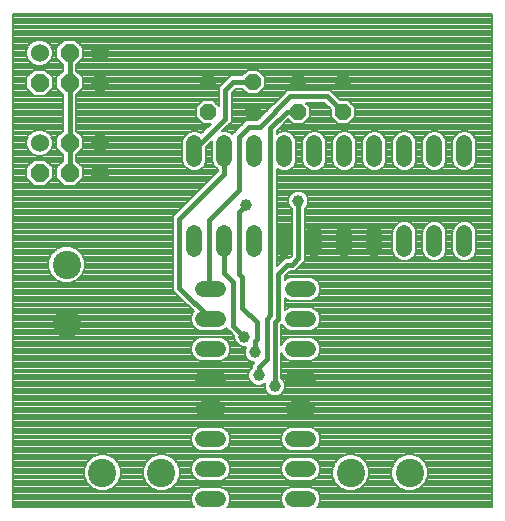
<source format=gbl>
G75*
G70*
%OFA0B0*%
%FSLAX24Y24*%
%IPPOS*%
%LPD*%
%AMOC8*
5,1,8,0,0,1.08239X$1,22.5*
%
%ADD10C,0.0945*%
%ADD11C,0.0520*%
%ADD12C,0.0600*%
%ADD13OC8,0.0600*%
%ADD14OC8,0.0520*%
%ADD15C,0.0396*%
%ADD16C,0.0160*%
%ADD17C,0.0080*%
D10*
X003912Y001957D03*
X005881Y001957D03*
X002727Y006918D03*
X002727Y008887D03*
X012195Y001958D03*
X014163Y001958D03*
D11*
X010782Y002079D02*
X010262Y002079D01*
X010262Y001079D02*
X010782Y001079D01*
X010782Y003079D02*
X010262Y003079D01*
X010262Y004079D02*
X010782Y004079D01*
X010782Y005079D02*
X010262Y005079D01*
X010262Y006079D02*
X010782Y006079D01*
X010782Y007079D02*
X010262Y007079D01*
X010262Y008079D02*
X010782Y008079D01*
X010983Y009412D02*
X010983Y009932D01*
X009983Y009932D02*
X009983Y009412D01*
X008983Y009412D02*
X008983Y009932D01*
X007983Y009932D02*
X007983Y009412D01*
X006983Y009412D02*
X006983Y009932D01*
X007262Y008079D02*
X007782Y008079D01*
X007782Y007079D02*
X007262Y007079D01*
X007262Y006079D02*
X007782Y006079D01*
X007782Y005079D02*
X007262Y005079D01*
X007262Y004079D02*
X007782Y004079D01*
X007782Y003079D02*
X007262Y003079D01*
X007262Y002079D02*
X007782Y002079D01*
X007782Y001079D02*
X007262Y001079D01*
X011983Y009412D02*
X011983Y009932D01*
X012983Y009932D02*
X012983Y009412D01*
X013983Y009412D02*
X013983Y009932D01*
X014983Y009932D02*
X014983Y009412D01*
X015983Y009412D02*
X015983Y009932D01*
X015983Y012412D02*
X015983Y012932D01*
X014983Y012932D02*
X014983Y012412D01*
X013983Y012412D02*
X013983Y012932D01*
X012983Y012932D02*
X012983Y012412D01*
X011983Y012412D02*
X011983Y012932D01*
X010983Y012932D02*
X010983Y012412D01*
X009983Y012412D02*
X009983Y012932D01*
X008983Y012932D02*
X008983Y012412D01*
X007983Y012412D02*
X007983Y012932D01*
X006983Y012932D02*
X006983Y012412D01*
D12*
X001823Y012952D03*
X001823Y015952D03*
D13*
X001823Y014952D03*
X002823Y014952D03*
X002823Y015952D03*
X003823Y015952D03*
X003823Y014952D03*
X003823Y012952D03*
X002823Y012952D03*
X002823Y011952D03*
X003823Y011952D03*
X001823Y011952D03*
D14*
X007423Y013982D03*
X007423Y014982D03*
X008923Y014982D03*
X008923Y013982D03*
X010423Y013982D03*
X010423Y014982D03*
X011923Y014982D03*
X011923Y013982D03*
D15*
X010443Y011022D03*
X008703Y010872D03*
X008643Y006492D03*
X009003Y005982D03*
X009123Y005202D03*
X009663Y004842D03*
D16*
X009663Y006972D01*
X009783Y007092D01*
X009783Y008592D01*
X010083Y008892D01*
X010233Y008892D01*
X010443Y009102D01*
X010443Y011022D01*
X008703Y010872D02*
X008463Y010632D01*
X008463Y008592D01*
X008583Y008472D01*
X008583Y007452D01*
X009063Y006972D01*
X009063Y006402D01*
X009003Y006342D01*
X009003Y005982D01*
X009393Y005742D02*
X009393Y007092D01*
X009513Y007212D01*
X009513Y013452D01*
X010053Y013992D01*
X010413Y013992D01*
X010423Y013982D01*
X010173Y014502D02*
X011403Y014502D01*
X011923Y013982D01*
X010173Y014502D02*
X009153Y013482D01*
X008793Y013482D01*
X008463Y013152D01*
X008463Y011382D01*
X007473Y010392D01*
X007473Y008128D01*
X007522Y008079D01*
X007983Y008622D02*
X007983Y009672D01*
X007983Y008622D02*
X008283Y008322D01*
X008283Y006852D01*
X008643Y006492D01*
X009393Y005742D02*
X009123Y005472D01*
X009123Y005202D01*
X007522Y007079D02*
X006483Y008118D01*
X006483Y010422D01*
X007983Y011922D01*
X007983Y012672D01*
X006983Y012672D02*
X006983Y012722D01*
X008013Y013752D01*
X008013Y014712D01*
X008283Y014982D01*
X008923Y014982D01*
X002823Y014952D02*
X002823Y012952D01*
X002823Y011952D01*
X002823Y014952D02*
X002823Y015952D01*
D17*
X000943Y000802D02*
X006974Y000802D01*
X006923Y000853D01*
X006862Y001000D01*
X006862Y001159D01*
X006923Y001306D01*
X007036Y001418D01*
X007183Y001479D01*
X007862Y001479D01*
X008009Y001418D01*
X008121Y001306D01*
X008182Y001159D01*
X008182Y001000D01*
X008121Y000853D01*
X008071Y000802D01*
X009974Y000802D01*
X009923Y000853D01*
X009862Y001000D01*
X009862Y001159D01*
X009923Y001306D01*
X010036Y001418D01*
X010183Y001479D01*
X010862Y001479D01*
X011009Y001418D01*
X011121Y001306D01*
X011182Y001159D01*
X011182Y001000D01*
X011121Y000853D01*
X011071Y000802D01*
X016903Y000802D01*
X016903Y017262D01*
X000943Y017262D01*
X000943Y000802D01*
X000943Y000832D02*
X006944Y000832D01*
X006899Y000911D02*
X000943Y000911D01*
X000943Y000989D02*
X006867Y000989D01*
X006862Y001068D02*
X000943Y001068D01*
X000943Y001146D02*
X006862Y001146D01*
X006890Y001225D02*
X000943Y001225D01*
X000943Y001303D02*
X006922Y001303D01*
X006999Y001382D02*
X006094Y001382D01*
X006003Y001344D02*
X006228Y001437D01*
X006400Y001610D01*
X006493Y001835D01*
X006493Y002078D01*
X006400Y002304D01*
X006228Y002476D01*
X006003Y002569D01*
X005759Y002569D01*
X005534Y002476D01*
X005362Y002304D01*
X005269Y002078D01*
X005269Y001835D01*
X005362Y001610D01*
X005534Y001437D01*
X005759Y001344D01*
X006003Y001344D01*
X006251Y001460D02*
X007137Y001460D01*
X007183Y001679D02*
X007036Y001740D01*
X006923Y001853D01*
X006493Y001853D01*
X006493Y001932D02*
X006891Y001932D01*
X006862Y002000D02*
X006923Y001853D01*
X007001Y001775D02*
X006468Y001775D01*
X006436Y001696D02*
X007142Y001696D01*
X007183Y001679D02*
X007862Y001679D01*
X008009Y001740D01*
X008121Y001853D01*
X008182Y002000D01*
X008182Y002159D01*
X008121Y002306D01*
X008009Y002418D01*
X007862Y002479D01*
X007183Y002479D01*
X007036Y002418D01*
X006923Y002306D01*
X006862Y002159D01*
X006862Y002000D01*
X006862Y002010D02*
X006493Y002010D01*
X006489Y002089D02*
X006862Y002089D01*
X006866Y002167D02*
X006457Y002167D01*
X006424Y002246D02*
X006898Y002246D01*
X006942Y002324D02*
X006379Y002324D01*
X006301Y002403D02*
X007020Y002403D01*
X007183Y002679D02*
X007036Y002740D01*
X006923Y002853D01*
X006862Y003000D01*
X006862Y003159D01*
X006923Y003306D01*
X007036Y003418D01*
X007183Y003479D01*
X007862Y003479D01*
X008009Y003418D01*
X008121Y003306D01*
X008182Y003159D01*
X008182Y003000D01*
X008121Y002853D01*
X008009Y002740D01*
X007862Y002679D01*
X007183Y002679D01*
X007092Y002717D02*
X000943Y002717D01*
X000943Y002639D02*
X016903Y002639D01*
X016903Y002717D02*
X010953Y002717D01*
X011009Y002740D02*
X011121Y002853D01*
X011182Y003000D01*
X011182Y003159D01*
X011121Y003306D01*
X011009Y003418D01*
X010862Y003479D01*
X010183Y003479D01*
X010036Y003418D01*
X009923Y003306D01*
X009862Y003159D01*
X009862Y003000D01*
X009923Y002853D01*
X010036Y002740D01*
X010183Y002679D01*
X010862Y002679D01*
X011009Y002740D01*
X011064Y002796D02*
X016903Y002796D01*
X016903Y002874D02*
X011130Y002874D01*
X011163Y002953D02*
X016903Y002953D01*
X016903Y003031D02*
X011182Y003031D01*
X011182Y003110D02*
X016903Y003110D01*
X016903Y003188D02*
X011170Y003188D01*
X011138Y003267D02*
X016903Y003267D01*
X016903Y003345D02*
X011082Y003345D01*
X010996Y003424D02*
X016903Y003424D01*
X016903Y003502D02*
X000943Y003502D01*
X000943Y003424D02*
X007049Y003424D01*
X006963Y003345D02*
X000943Y003345D01*
X000943Y003267D02*
X006907Y003267D01*
X006875Y003188D02*
X000943Y003188D01*
X000943Y003110D02*
X006862Y003110D01*
X006862Y003031D02*
X000943Y003031D01*
X000943Y002953D02*
X006882Y002953D01*
X006914Y002874D02*
X000943Y002874D01*
X000943Y002796D02*
X006980Y002796D01*
X006214Y002481D02*
X011859Y002481D01*
X011848Y002477D02*
X011675Y002305D01*
X011582Y002079D01*
X011582Y001836D01*
X011675Y001611D01*
X011848Y001438D01*
X012073Y001345D01*
X012316Y001345D01*
X012542Y001438D01*
X012714Y001611D01*
X012807Y001836D01*
X012807Y002079D01*
X012714Y002305D01*
X012542Y002477D01*
X012316Y002570D01*
X012073Y002570D01*
X011848Y002477D01*
X011774Y002403D02*
X011024Y002403D01*
X011009Y002418D02*
X010862Y002479D01*
X010183Y002479D01*
X010036Y002418D01*
X009923Y002306D01*
X009862Y002159D01*
X009862Y002000D01*
X009923Y001853D01*
X008122Y001853D01*
X008154Y001932D02*
X009891Y001932D01*
X009862Y002010D02*
X008182Y002010D01*
X008182Y002089D02*
X009862Y002089D01*
X009866Y002167D02*
X008179Y002167D01*
X008146Y002246D02*
X009898Y002246D01*
X009942Y002324D02*
X008103Y002324D01*
X008024Y002403D02*
X010020Y002403D01*
X010092Y002717D02*
X007953Y002717D01*
X008064Y002796D02*
X009980Y002796D01*
X009914Y002874D02*
X008130Y002874D01*
X008163Y002953D02*
X009882Y002953D01*
X009862Y003031D02*
X008182Y003031D01*
X008182Y003110D02*
X009862Y003110D01*
X009875Y003188D02*
X008170Y003188D01*
X008138Y003267D02*
X009907Y003267D01*
X009963Y003345D02*
X008082Y003345D01*
X007996Y003424D02*
X010049Y003424D01*
X009731Y004504D02*
X009596Y004504D01*
X009472Y004556D01*
X009377Y004651D01*
X009325Y004775D01*
X009325Y004909D01*
X009337Y004938D01*
X009315Y004916D01*
X009191Y004864D01*
X009056Y004864D01*
X008932Y004916D01*
X008837Y005011D01*
X008785Y005135D01*
X008785Y005269D01*
X008837Y005394D01*
X008903Y005460D01*
X008903Y005563D01*
X008984Y005644D01*
X008936Y005644D01*
X008812Y005696D01*
X008717Y005791D01*
X008665Y005915D01*
X008665Y006049D01*
X008709Y006154D01*
X008576Y006154D01*
X008452Y006206D01*
X008357Y006301D01*
X008305Y006425D01*
X008305Y006519D01*
X008192Y006632D01*
X008063Y006761D01*
X008063Y006795D01*
X008009Y006740D01*
X007862Y006679D01*
X007183Y006679D01*
X007036Y006740D01*
X006923Y006853D01*
X006862Y007000D01*
X006862Y007159D01*
X006923Y007306D01*
X006954Y007337D01*
X006392Y007898D01*
X006263Y008027D01*
X006263Y010331D01*
X006263Y010513D01*
X007763Y012013D01*
X007763Y012070D01*
X007757Y012073D01*
X007644Y012186D01*
X007583Y012333D01*
X007583Y013011D01*
X007383Y012811D01*
X007383Y012333D01*
X007322Y012186D01*
X007210Y012073D01*
X007063Y012012D01*
X006904Y012012D01*
X006757Y012073D01*
X006644Y012186D01*
X006583Y012333D01*
X006583Y013012D01*
X006644Y013159D01*
X006757Y013271D01*
X006904Y013332D01*
X007063Y013332D01*
X007210Y013271D01*
X007216Y013266D01*
X007532Y013582D01*
X007258Y013582D01*
X007023Y013817D01*
X007023Y014148D01*
X007258Y014382D01*
X007589Y014382D01*
X007793Y014178D01*
X007793Y014621D01*
X007793Y014803D01*
X008063Y015073D01*
X008192Y015202D01*
X008578Y015202D01*
X008758Y015382D01*
X009089Y015382D01*
X009323Y015148D01*
X009323Y014817D01*
X009089Y014582D01*
X008758Y014582D01*
X008578Y014762D01*
X008374Y014762D01*
X008233Y014621D01*
X008233Y013661D01*
X008104Y013532D01*
X007904Y013332D01*
X008063Y013332D01*
X008210Y013271D01*
X008243Y013238D01*
X008243Y013243D01*
X008573Y013573D01*
X008702Y013702D01*
X009062Y013702D01*
X009953Y014593D01*
X010082Y014722D01*
X011494Y014722D01*
X011623Y014593D01*
X011834Y014382D01*
X012089Y014382D01*
X012323Y014148D01*
X012323Y013817D01*
X012089Y013582D01*
X011758Y013582D01*
X011523Y013817D01*
X011523Y014071D01*
X011312Y014282D01*
X010689Y014282D01*
X010823Y014148D01*
X010823Y013817D01*
X010589Y013582D01*
X010258Y013582D01*
X010106Y013734D01*
X009733Y013361D01*
X009733Y013248D01*
X009757Y013271D01*
X009904Y013332D01*
X010063Y013332D01*
X010210Y013271D01*
X010322Y013159D01*
X010383Y013012D01*
X010383Y012333D01*
X010322Y012186D01*
X010210Y012073D01*
X010063Y012012D01*
X009904Y012012D01*
X009757Y012073D01*
X009733Y012097D01*
X009733Y008853D01*
X009863Y008983D01*
X009992Y009112D01*
X010142Y009112D01*
X010223Y009193D01*
X010223Y010764D01*
X010157Y010831D01*
X010105Y010955D01*
X010105Y011089D01*
X010157Y011214D01*
X010252Y011309D01*
X010376Y011360D01*
X010511Y011360D01*
X010635Y011309D01*
X010730Y011214D01*
X010781Y011089D01*
X010781Y010955D01*
X010730Y010831D01*
X010663Y010764D01*
X010663Y009011D01*
X010534Y008882D01*
X010324Y008672D01*
X010174Y008672D01*
X010003Y008501D01*
X010003Y008386D01*
X010036Y008418D01*
X010183Y008479D01*
X010862Y008479D01*
X011009Y008418D01*
X011121Y008306D01*
X011182Y008159D01*
X011182Y008000D01*
X011121Y007853D01*
X011009Y007740D01*
X010862Y007679D01*
X010183Y007679D01*
X010036Y007740D01*
X010003Y007773D01*
X010003Y007386D01*
X010036Y007418D01*
X010183Y007479D01*
X010862Y007479D01*
X011009Y007418D01*
X011121Y007306D01*
X011182Y007159D01*
X011182Y007000D01*
X011121Y006853D01*
X011009Y006740D01*
X010862Y006679D01*
X010183Y006679D01*
X010036Y006740D01*
X009923Y006853D01*
X009903Y006901D01*
X009883Y006881D01*
X009883Y006209D01*
X009923Y006306D01*
X010036Y006418D01*
X010183Y006479D01*
X010862Y006479D01*
X011009Y006418D01*
X011121Y006306D01*
X011182Y006159D01*
X011182Y006000D01*
X011121Y005853D01*
X011009Y005740D01*
X010862Y005679D01*
X010183Y005679D01*
X010036Y005740D01*
X009923Y005853D01*
X009883Y005949D01*
X009883Y005100D01*
X009950Y005034D01*
X010001Y004909D01*
X010001Y004775D01*
X009950Y004651D01*
X009855Y004556D01*
X009731Y004504D01*
X009777Y004524D02*
X016903Y004524D01*
X016903Y004602D02*
X009901Y004602D01*
X009962Y004681D02*
X016903Y004681D01*
X016903Y004759D02*
X009995Y004759D01*
X010001Y004838D02*
X016903Y004838D01*
X016903Y004916D02*
X009999Y004916D01*
X009966Y004995D02*
X016903Y004995D01*
X016903Y005073D02*
X009910Y005073D01*
X009883Y005152D02*
X016903Y005152D01*
X016903Y005230D02*
X009883Y005230D01*
X009883Y005309D02*
X016903Y005309D01*
X016903Y005388D02*
X009883Y005388D01*
X009883Y005466D02*
X016903Y005466D01*
X016903Y005545D02*
X009883Y005545D01*
X009883Y005623D02*
X016903Y005623D01*
X016903Y005702D02*
X010916Y005702D01*
X011049Y005780D02*
X016903Y005780D01*
X016903Y005859D02*
X011124Y005859D01*
X011156Y005937D02*
X016903Y005937D01*
X016903Y006016D02*
X011182Y006016D01*
X011182Y006094D02*
X016903Y006094D01*
X016903Y006173D02*
X011177Y006173D01*
X011144Y006251D02*
X016903Y006251D01*
X016903Y006330D02*
X011097Y006330D01*
X011019Y006409D02*
X016903Y006409D01*
X016903Y006487D02*
X009883Y006487D01*
X009883Y006409D02*
X010026Y006409D01*
X009947Y006330D02*
X009883Y006330D01*
X009883Y006251D02*
X009901Y006251D01*
X009883Y005937D02*
X009888Y005937D01*
X009883Y005859D02*
X009921Y005859D01*
X009883Y005780D02*
X009996Y005780D01*
X009883Y005702D02*
X010129Y005702D01*
X009883Y006566D02*
X016903Y006566D01*
X016903Y006644D02*
X009883Y006644D01*
X009883Y006723D02*
X010078Y006723D01*
X009975Y006801D02*
X009883Y006801D01*
X009883Y006880D02*
X009912Y006880D01*
X010003Y007430D02*
X010063Y007430D01*
X010003Y007508D02*
X016903Y007508D01*
X016903Y007430D02*
X010982Y007430D01*
X011076Y007351D02*
X016903Y007351D01*
X016903Y007273D02*
X011135Y007273D01*
X011168Y007194D02*
X016903Y007194D01*
X016903Y007115D02*
X011182Y007115D01*
X011182Y007037D02*
X016903Y007037D01*
X016903Y006958D02*
X011165Y006958D01*
X011133Y006880D02*
X016903Y006880D01*
X016903Y006801D02*
X011070Y006801D01*
X010967Y006723D02*
X016903Y006723D01*
X016903Y007587D02*
X010003Y007587D01*
X010003Y007665D02*
X016903Y007665D01*
X016903Y007744D02*
X011013Y007744D01*
X011091Y007822D02*
X016903Y007822D01*
X016903Y007901D02*
X011141Y007901D01*
X011174Y007979D02*
X016903Y007979D01*
X016903Y008058D02*
X011182Y008058D01*
X011182Y008137D02*
X016903Y008137D01*
X016903Y008215D02*
X011159Y008215D01*
X011127Y008294D02*
X016903Y008294D01*
X016903Y008372D02*
X011055Y008372D01*
X010931Y008451D02*
X016903Y008451D01*
X016903Y008529D02*
X010031Y008529D01*
X010003Y008451D02*
X010114Y008451D01*
X010110Y008608D02*
X016903Y008608D01*
X016903Y008686D02*
X010339Y008686D01*
X010417Y008765D02*
X016903Y008765D01*
X016903Y008843D02*
X010496Y008843D01*
X010574Y008922D02*
X016903Y008922D01*
X016903Y009001D02*
X010653Y009001D01*
X010663Y009079D02*
X013751Y009079D01*
X013757Y009073D02*
X013904Y009012D01*
X014063Y009012D01*
X014210Y009073D01*
X014322Y009186D01*
X014383Y009333D01*
X014383Y010012D01*
X014322Y010159D01*
X014210Y010271D01*
X014063Y010332D01*
X013904Y010332D01*
X013757Y010271D01*
X013644Y010159D01*
X013583Y010012D01*
X013583Y009333D01*
X013644Y009186D01*
X013757Y009073D01*
X013672Y009158D02*
X010663Y009158D01*
X010663Y009236D02*
X013623Y009236D01*
X013591Y009315D02*
X010663Y009315D01*
X010663Y009393D02*
X013583Y009393D01*
X013583Y009472D02*
X010663Y009472D01*
X010663Y009550D02*
X013583Y009550D01*
X013583Y009629D02*
X010663Y009629D01*
X010663Y009707D02*
X013583Y009707D01*
X013583Y009786D02*
X010663Y009786D01*
X010663Y009864D02*
X013583Y009864D01*
X013583Y009943D02*
X010663Y009943D01*
X010663Y010022D02*
X013587Y010022D01*
X013620Y010100D02*
X010663Y010100D01*
X010663Y010179D02*
X013664Y010179D01*
X013743Y010257D02*
X010663Y010257D01*
X010663Y010336D02*
X016903Y010336D01*
X016903Y010414D02*
X010663Y010414D01*
X010663Y010493D02*
X016903Y010493D01*
X016903Y010571D02*
X010663Y010571D01*
X010663Y010650D02*
X016903Y010650D01*
X016903Y010728D02*
X010663Y010728D01*
X010706Y010807D02*
X016903Y010807D01*
X016903Y010886D02*
X010753Y010886D01*
X010781Y010964D02*
X016903Y010964D01*
X016903Y011043D02*
X010781Y011043D01*
X010768Y011121D02*
X016903Y011121D01*
X016903Y011200D02*
X010736Y011200D01*
X010665Y011278D02*
X016903Y011278D01*
X016903Y011357D02*
X010519Y011357D01*
X010368Y011357D02*
X009733Y011357D01*
X009733Y011435D02*
X016903Y011435D01*
X016903Y011514D02*
X009733Y011514D01*
X009733Y011592D02*
X016903Y011592D01*
X016903Y011671D02*
X009733Y011671D01*
X009733Y011750D02*
X016903Y011750D01*
X016903Y011828D02*
X009733Y011828D01*
X009733Y011907D02*
X016903Y011907D01*
X016903Y011985D02*
X009733Y011985D01*
X009733Y012064D02*
X009779Y012064D01*
X010187Y012064D02*
X010779Y012064D01*
X010757Y012073D02*
X010904Y012012D01*
X011063Y012012D01*
X011210Y012073D01*
X011322Y012186D01*
X011383Y012333D01*
X011383Y013012D01*
X011322Y013159D01*
X011210Y013271D01*
X011063Y013332D01*
X010904Y013332D01*
X010757Y013271D01*
X010644Y013159D01*
X010583Y013012D01*
X010583Y012333D01*
X010644Y012186D01*
X010757Y012073D01*
X010688Y012142D02*
X010279Y012142D01*
X010337Y012221D02*
X010630Y012221D01*
X010597Y012299D02*
X010369Y012299D01*
X010383Y012378D02*
X010583Y012378D01*
X010583Y012456D02*
X010383Y012456D01*
X010383Y012535D02*
X010583Y012535D01*
X010583Y012614D02*
X010383Y012614D01*
X010383Y012692D02*
X010583Y012692D01*
X010583Y012771D02*
X010383Y012771D01*
X010383Y012849D02*
X010583Y012849D01*
X010583Y012928D02*
X010383Y012928D01*
X010383Y013006D02*
X010583Y013006D01*
X010614Y013085D02*
X010353Y013085D01*
X010318Y013163D02*
X010649Y013163D01*
X010727Y013242D02*
X010239Y013242D01*
X010091Y013320D02*
X010875Y013320D01*
X011091Y013320D02*
X011875Y013320D01*
X011904Y013332D02*
X011757Y013271D01*
X011644Y013159D01*
X011583Y013012D01*
X011583Y012333D01*
X011644Y012186D01*
X011757Y012073D01*
X011904Y012012D01*
X012063Y012012D01*
X012210Y012073D01*
X012322Y012186D01*
X012383Y012333D01*
X012383Y013012D01*
X012322Y013159D01*
X012210Y013271D01*
X012063Y013332D01*
X011904Y013332D01*
X012091Y013320D02*
X012875Y013320D01*
X012904Y013332D02*
X012757Y013271D01*
X012644Y013159D01*
X012583Y013012D01*
X012583Y012333D01*
X012644Y012186D01*
X012757Y012073D01*
X012904Y012012D01*
X013063Y012012D01*
X013210Y012073D01*
X013322Y012186D01*
X013383Y012333D01*
X013383Y013012D01*
X013322Y013159D01*
X013210Y013271D01*
X013063Y013332D01*
X012904Y013332D01*
X013091Y013320D02*
X013875Y013320D01*
X013904Y013332D02*
X013757Y013271D01*
X013644Y013159D01*
X013583Y013012D01*
X013583Y012333D01*
X013644Y012186D01*
X013757Y012073D01*
X013904Y012012D01*
X014063Y012012D01*
X014210Y012073D01*
X014322Y012186D01*
X014383Y012333D01*
X014383Y013012D01*
X014322Y013159D01*
X014210Y013271D01*
X014063Y013332D01*
X013904Y013332D01*
X013727Y013242D02*
X013239Y013242D01*
X013318Y013163D02*
X013649Y013163D01*
X013614Y013085D02*
X013353Y013085D01*
X013383Y013006D02*
X013583Y013006D01*
X013583Y012928D02*
X013383Y012928D01*
X013383Y012849D02*
X013583Y012849D01*
X013583Y012771D02*
X013383Y012771D01*
X013383Y012692D02*
X013583Y012692D01*
X013583Y012614D02*
X013383Y012614D01*
X013383Y012535D02*
X013583Y012535D01*
X013583Y012456D02*
X013383Y012456D01*
X013383Y012378D02*
X013583Y012378D01*
X013597Y012299D02*
X013369Y012299D01*
X013337Y012221D02*
X013630Y012221D01*
X013688Y012142D02*
X013279Y012142D01*
X013187Y012064D02*
X013779Y012064D01*
X014187Y012064D02*
X014779Y012064D01*
X014757Y012073D02*
X014904Y012012D01*
X015063Y012012D01*
X015210Y012073D01*
X015322Y012186D01*
X015383Y012333D01*
X015383Y013012D01*
X015322Y013159D01*
X015210Y013271D01*
X015063Y013332D01*
X014904Y013332D01*
X014757Y013271D01*
X014644Y013159D01*
X014583Y013012D01*
X014583Y012333D01*
X014644Y012186D01*
X014757Y012073D01*
X014688Y012142D02*
X014279Y012142D01*
X014337Y012221D02*
X014630Y012221D01*
X014597Y012299D02*
X014369Y012299D01*
X014383Y012378D02*
X014583Y012378D01*
X014583Y012456D02*
X014383Y012456D01*
X014383Y012535D02*
X014583Y012535D01*
X014583Y012614D02*
X014383Y012614D01*
X014383Y012692D02*
X014583Y012692D01*
X014583Y012771D02*
X014383Y012771D01*
X014383Y012849D02*
X014583Y012849D01*
X014583Y012928D02*
X014383Y012928D01*
X014383Y013006D02*
X014583Y013006D01*
X014614Y013085D02*
X014353Y013085D01*
X014318Y013163D02*
X014649Y013163D01*
X014727Y013242D02*
X014239Y013242D01*
X014091Y013320D02*
X014875Y013320D01*
X015091Y013320D02*
X015875Y013320D01*
X015904Y013332D02*
X015757Y013271D01*
X015644Y013159D01*
X015583Y013012D01*
X015583Y012333D01*
X015644Y012186D01*
X015757Y012073D01*
X015904Y012012D01*
X016063Y012012D01*
X016210Y012073D01*
X016322Y012186D01*
X016383Y012333D01*
X016383Y013012D01*
X016322Y013159D01*
X016210Y013271D01*
X016063Y013332D01*
X015904Y013332D01*
X016091Y013320D02*
X016903Y013320D01*
X016903Y013242D02*
X016239Y013242D01*
X016318Y013163D02*
X016903Y013163D01*
X016903Y013085D02*
X016353Y013085D01*
X016383Y013006D02*
X016903Y013006D01*
X016903Y012928D02*
X016383Y012928D01*
X016383Y012849D02*
X016903Y012849D01*
X016903Y012771D02*
X016383Y012771D01*
X016383Y012692D02*
X016903Y012692D01*
X016903Y012614D02*
X016383Y012614D01*
X016383Y012535D02*
X016903Y012535D01*
X016903Y012456D02*
X016383Y012456D01*
X016383Y012378D02*
X016903Y012378D01*
X016903Y012299D02*
X016369Y012299D01*
X016337Y012221D02*
X016903Y012221D01*
X016903Y012142D02*
X016279Y012142D01*
X016187Y012064D02*
X016903Y012064D01*
X015779Y012064D02*
X015187Y012064D01*
X015279Y012142D02*
X015688Y012142D01*
X015630Y012221D02*
X015337Y012221D01*
X015369Y012299D02*
X015597Y012299D01*
X015583Y012378D02*
X015383Y012378D01*
X015383Y012456D02*
X015583Y012456D01*
X015583Y012535D02*
X015383Y012535D01*
X015383Y012614D02*
X015583Y012614D01*
X015583Y012692D02*
X015383Y012692D01*
X015383Y012771D02*
X015583Y012771D01*
X015583Y012849D02*
X015383Y012849D01*
X015383Y012928D02*
X015583Y012928D01*
X015583Y013006D02*
X015383Y013006D01*
X015353Y013085D02*
X015614Y013085D01*
X015649Y013163D02*
X015318Y013163D01*
X015239Y013242D02*
X015727Y013242D01*
X016903Y013399D02*
X009771Y013399D01*
X009733Y013320D02*
X009875Y013320D01*
X009850Y013477D02*
X016903Y013477D01*
X016903Y013556D02*
X009928Y013556D01*
X010007Y013635D02*
X010205Y013635D01*
X010127Y013713D02*
X010085Y013713D01*
X010641Y013635D02*
X011705Y013635D01*
X011627Y013713D02*
X010720Y013713D01*
X010798Y013792D02*
X011548Y013792D01*
X011523Y013870D02*
X010823Y013870D01*
X010823Y013949D02*
X011523Y013949D01*
X011523Y014027D02*
X010823Y014027D01*
X010823Y014106D02*
X011489Y014106D01*
X011410Y014184D02*
X010787Y014184D01*
X010708Y014263D02*
X011331Y014263D01*
X011639Y014577D02*
X016903Y014577D01*
X016903Y014499D02*
X011718Y014499D01*
X011797Y014420D02*
X016903Y014420D01*
X016903Y014341D02*
X012130Y014341D01*
X012208Y014263D02*
X016903Y014263D01*
X016903Y014184D02*
X012287Y014184D01*
X012323Y014106D02*
X016903Y014106D01*
X016903Y014027D02*
X012323Y014027D01*
X012323Y013949D02*
X016903Y013949D01*
X016903Y013870D02*
X012323Y013870D01*
X012298Y013792D02*
X016903Y013792D01*
X016903Y013713D02*
X012220Y013713D01*
X012141Y013635D02*
X016903Y013635D01*
X016903Y014656D02*
X011561Y014656D01*
X011727Y013242D02*
X011239Y013242D01*
X011318Y013163D02*
X011649Y013163D01*
X011614Y013085D02*
X011353Y013085D01*
X011383Y013006D02*
X011583Y013006D01*
X011583Y012928D02*
X011383Y012928D01*
X011383Y012849D02*
X011583Y012849D01*
X011583Y012771D02*
X011383Y012771D01*
X011383Y012692D02*
X011583Y012692D01*
X011583Y012614D02*
X011383Y012614D01*
X011383Y012535D02*
X011583Y012535D01*
X011583Y012456D02*
X011383Y012456D01*
X011383Y012378D02*
X011583Y012378D01*
X011597Y012299D02*
X011369Y012299D01*
X011337Y012221D02*
X011630Y012221D01*
X011688Y012142D02*
X011279Y012142D01*
X011187Y012064D02*
X011779Y012064D01*
X012187Y012064D02*
X012779Y012064D01*
X012688Y012142D02*
X012279Y012142D01*
X012337Y012221D02*
X012630Y012221D01*
X012597Y012299D02*
X012369Y012299D01*
X012383Y012378D02*
X012583Y012378D01*
X012583Y012456D02*
X012383Y012456D01*
X012383Y012535D02*
X012583Y012535D01*
X012583Y012614D02*
X012383Y012614D01*
X012383Y012692D02*
X012583Y012692D01*
X012583Y012771D02*
X012383Y012771D01*
X012383Y012849D02*
X012583Y012849D01*
X012583Y012928D02*
X012383Y012928D01*
X012383Y013006D02*
X012583Y013006D01*
X012614Y013085D02*
X012353Y013085D01*
X012318Y013163D02*
X012649Y013163D01*
X012727Y013242D02*
X012239Y013242D01*
X010221Y011278D02*
X009733Y011278D01*
X009733Y011200D02*
X010151Y011200D01*
X010118Y011121D02*
X009733Y011121D01*
X009733Y011043D02*
X010105Y011043D01*
X010105Y010964D02*
X009733Y010964D01*
X009733Y010886D02*
X010134Y010886D01*
X010180Y010807D02*
X009733Y010807D01*
X009733Y010728D02*
X010223Y010728D01*
X010223Y010650D02*
X009733Y010650D01*
X009733Y010571D02*
X010223Y010571D01*
X010223Y010493D02*
X009733Y010493D01*
X009733Y010414D02*
X010223Y010414D01*
X010223Y010336D02*
X009733Y010336D01*
X009733Y010257D02*
X010223Y010257D01*
X010223Y010179D02*
X009733Y010179D01*
X009733Y010100D02*
X010223Y010100D01*
X010223Y010022D02*
X009733Y010022D01*
X009733Y009943D02*
X010223Y009943D01*
X010223Y009864D02*
X009733Y009864D01*
X009733Y009786D02*
X010223Y009786D01*
X010223Y009707D02*
X009733Y009707D01*
X009733Y009629D02*
X010223Y009629D01*
X010223Y009550D02*
X009733Y009550D01*
X009733Y009472D02*
X010223Y009472D01*
X010223Y009393D02*
X009733Y009393D01*
X009733Y009315D02*
X010223Y009315D01*
X010223Y009236D02*
X009733Y009236D01*
X009733Y009158D02*
X010188Y009158D01*
X009959Y009079D02*
X009733Y009079D01*
X009733Y009001D02*
X009881Y009001D01*
X009802Y008922D02*
X009733Y008922D01*
X010003Y007744D02*
X010032Y007744D01*
X008305Y006487D02*
X000943Y006487D01*
X000943Y006409D02*
X007026Y006409D01*
X007036Y006418D02*
X006923Y006306D01*
X006862Y006159D01*
X006862Y006000D01*
X006923Y005853D01*
X007036Y005740D01*
X007183Y005679D01*
X007862Y005679D01*
X008009Y005740D01*
X008121Y005853D01*
X008182Y006000D01*
X008182Y006159D01*
X008121Y006306D01*
X008009Y006418D01*
X007862Y006479D01*
X007183Y006479D01*
X007036Y006418D01*
X006947Y006330D02*
X000943Y006330D01*
X000943Y006251D02*
X006901Y006251D01*
X006868Y006173D02*
X000943Y006173D01*
X000943Y006094D02*
X006862Y006094D01*
X006862Y006016D02*
X000943Y006016D01*
X000943Y005937D02*
X006888Y005937D01*
X006921Y005859D02*
X000943Y005859D01*
X000943Y005780D02*
X006996Y005780D01*
X007129Y005702D02*
X000943Y005702D01*
X000943Y005623D02*
X008963Y005623D01*
X008903Y005545D02*
X000943Y005545D01*
X000943Y005466D02*
X008903Y005466D01*
X008834Y005388D02*
X000943Y005388D01*
X000943Y005309D02*
X008802Y005309D01*
X008785Y005230D02*
X000943Y005230D01*
X000943Y005152D02*
X008785Y005152D01*
X008811Y005073D02*
X000943Y005073D01*
X000943Y004995D02*
X008853Y004995D01*
X008931Y004916D02*
X000943Y004916D01*
X000943Y004838D02*
X009325Y004838D01*
X009315Y004916D02*
X009328Y004916D01*
X009332Y004759D02*
X000943Y004759D01*
X000943Y004681D02*
X009364Y004681D01*
X009425Y004602D02*
X000943Y004602D01*
X000943Y004524D02*
X009549Y004524D01*
X008806Y005702D02*
X007916Y005702D01*
X008049Y005780D02*
X008727Y005780D01*
X008688Y005859D02*
X008124Y005859D01*
X008156Y005937D02*
X008665Y005937D01*
X008665Y006016D02*
X008182Y006016D01*
X008182Y006094D02*
X008684Y006094D01*
X008530Y006173D02*
X008177Y006173D01*
X008144Y006251D02*
X008406Y006251D01*
X008344Y006330D02*
X008097Y006330D01*
X008019Y006409D02*
X008312Y006409D01*
X008259Y006566D02*
X000943Y006566D01*
X000943Y006644D02*
X008180Y006644D01*
X008102Y006723D02*
X007967Y006723D01*
X007078Y006723D02*
X000943Y006723D01*
X000943Y006801D02*
X006975Y006801D01*
X006912Y006880D02*
X000943Y006880D01*
X000943Y006958D02*
X006879Y006958D01*
X006862Y007037D02*
X000943Y007037D01*
X000943Y007115D02*
X006862Y007115D01*
X006877Y007194D02*
X000943Y007194D01*
X000943Y007273D02*
X006910Y007273D01*
X006939Y007351D02*
X000943Y007351D01*
X000943Y007430D02*
X006861Y007430D01*
X006782Y007508D02*
X000943Y007508D01*
X000943Y007587D02*
X006704Y007587D01*
X006625Y007665D02*
X000943Y007665D01*
X000943Y007744D02*
X006547Y007744D01*
X006468Y007822D02*
X000943Y007822D01*
X000943Y007901D02*
X006390Y007901D01*
X006311Y007979D02*
X000943Y007979D01*
X000943Y008058D02*
X006263Y008058D01*
X006263Y008137D02*
X000943Y008137D01*
X000943Y008215D02*
X006263Y008215D01*
X006263Y008294D02*
X002895Y008294D01*
X002849Y008274D02*
X003074Y008368D01*
X003246Y008540D01*
X003340Y008765D01*
X003340Y009009D01*
X003246Y009234D01*
X003074Y009406D01*
X002849Y009499D01*
X002605Y009499D01*
X002380Y009406D01*
X002208Y009234D01*
X002115Y009009D01*
X002115Y008765D01*
X000943Y008765D01*
X000943Y008843D02*
X002115Y008843D01*
X002115Y008765D02*
X002208Y008540D01*
X002380Y008368D01*
X002605Y008274D01*
X002849Y008274D01*
X003079Y008372D02*
X006263Y008372D01*
X006263Y008451D02*
X003157Y008451D01*
X003236Y008529D02*
X006263Y008529D01*
X006263Y008608D02*
X003275Y008608D01*
X003307Y008686D02*
X006263Y008686D01*
X006263Y008765D02*
X003340Y008765D01*
X003340Y008843D02*
X006263Y008843D01*
X006263Y008922D02*
X003340Y008922D01*
X003340Y009001D02*
X006263Y009001D01*
X006263Y009079D02*
X003311Y009079D01*
X003278Y009158D02*
X006263Y009158D01*
X006263Y009236D02*
X003244Y009236D01*
X003166Y009315D02*
X006263Y009315D01*
X006263Y009393D02*
X003087Y009393D01*
X002916Y009472D02*
X006263Y009472D01*
X006263Y009550D02*
X000943Y009550D01*
X000943Y009472D02*
X002539Y009472D01*
X002367Y009393D02*
X000943Y009393D01*
X000943Y009315D02*
X002289Y009315D01*
X002210Y009236D02*
X000943Y009236D01*
X000943Y009158D02*
X002177Y009158D01*
X002144Y009079D02*
X000943Y009079D01*
X000943Y009001D02*
X002115Y009001D01*
X002115Y008922D02*
X000943Y008922D01*
X000943Y008686D02*
X002147Y008686D01*
X002180Y008608D02*
X000943Y008608D01*
X000943Y008529D02*
X002219Y008529D01*
X002297Y008451D02*
X000943Y008451D01*
X000943Y008372D02*
X002376Y008372D01*
X002559Y008294D02*
X000943Y008294D01*
X000943Y009629D02*
X006263Y009629D01*
X006263Y009707D02*
X000943Y009707D01*
X000943Y009786D02*
X006263Y009786D01*
X006263Y009864D02*
X000943Y009864D01*
X000943Y009943D02*
X006263Y009943D01*
X006263Y010022D02*
X000943Y010022D01*
X000943Y010100D02*
X006263Y010100D01*
X006263Y010179D02*
X000943Y010179D01*
X000943Y010257D02*
X006263Y010257D01*
X006263Y010336D02*
X000943Y010336D01*
X000943Y010414D02*
X006263Y010414D01*
X006263Y010493D02*
X000943Y010493D01*
X000943Y010571D02*
X006321Y010571D01*
X006400Y010650D02*
X000943Y010650D01*
X000943Y010728D02*
X006478Y010728D01*
X006557Y010807D02*
X000943Y010807D01*
X000943Y010886D02*
X006636Y010886D01*
X006714Y010964D02*
X000943Y010964D01*
X000943Y011043D02*
X006793Y011043D01*
X006871Y011121D02*
X000943Y011121D01*
X000943Y011200D02*
X006950Y011200D01*
X007028Y011278D02*
X000943Y011278D01*
X000943Y011357D02*
X007107Y011357D01*
X007185Y011435D02*
X000943Y011435D01*
X000943Y011514D02*
X001639Y011514D01*
X001641Y011512D02*
X002006Y011512D01*
X002263Y011770D01*
X002263Y012134D01*
X002006Y012392D01*
X001641Y012392D01*
X001383Y012134D01*
X001383Y011770D01*
X001641Y011512D01*
X001561Y011592D02*
X000943Y011592D01*
X000943Y011671D02*
X001482Y011671D01*
X001404Y011750D02*
X000943Y011750D01*
X000943Y011828D02*
X001383Y011828D01*
X001383Y011907D02*
X000943Y011907D01*
X000943Y011985D02*
X001383Y011985D01*
X001383Y012064D02*
X000943Y012064D01*
X000943Y012142D02*
X001391Y012142D01*
X001470Y012221D02*
X000943Y012221D01*
X000943Y012299D02*
X001548Y012299D01*
X001627Y012378D02*
X000943Y012378D01*
X000943Y012456D02*
X002603Y012456D01*
X002603Y012378D02*
X002020Y012378D01*
X002098Y012299D02*
X002548Y012299D01*
X002603Y012354D02*
X002383Y012134D01*
X002383Y011770D01*
X002641Y011512D01*
X003006Y011512D01*
X003263Y011770D01*
X003263Y012134D01*
X003043Y012354D01*
X003043Y012550D01*
X003263Y012770D01*
X003263Y013134D01*
X003043Y013354D01*
X003043Y014550D01*
X003263Y014770D01*
X003263Y015134D01*
X003043Y015354D01*
X003043Y015550D01*
X003263Y015770D01*
X003263Y016134D01*
X003006Y016392D01*
X002641Y016392D01*
X002383Y016134D01*
X002383Y015770D01*
X002603Y015550D01*
X002603Y015354D01*
X002383Y015134D01*
X002383Y014770D01*
X002603Y014550D01*
X002603Y013354D01*
X002383Y013134D01*
X002383Y012770D01*
X002603Y012550D01*
X002603Y012354D01*
X002603Y012535D02*
X001966Y012535D01*
X001911Y012512D02*
X002073Y012579D01*
X002196Y012703D01*
X002263Y012865D01*
X002263Y013040D01*
X002196Y013201D01*
X002073Y013325D01*
X001911Y013392D01*
X001736Y013392D01*
X001574Y013325D01*
X001450Y013201D01*
X001383Y013040D01*
X001383Y012865D01*
X001450Y012703D01*
X001574Y012579D01*
X001736Y012512D01*
X001911Y012512D01*
X002107Y012614D02*
X002540Y012614D01*
X002461Y012692D02*
X002185Y012692D01*
X002224Y012771D02*
X002383Y012771D01*
X002383Y012849D02*
X002257Y012849D01*
X002263Y012928D02*
X002383Y012928D01*
X002383Y013006D02*
X002263Y013006D01*
X002245Y013085D02*
X002383Y013085D01*
X002412Y013163D02*
X002212Y013163D01*
X002156Y013242D02*
X002491Y013242D01*
X002569Y013320D02*
X002077Y013320D01*
X001569Y013320D02*
X000943Y013320D01*
X000943Y013242D02*
X001491Y013242D01*
X001435Y013163D02*
X000943Y013163D01*
X000943Y013085D02*
X001402Y013085D01*
X001383Y013006D02*
X000943Y013006D01*
X000943Y012928D02*
X001383Y012928D01*
X001390Y012849D02*
X000943Y012849D01*
X000943Y012771D02*
X001422Y012771D01*
X001461Y012692D02*
X000943Y012692D01*
X000943Y012614D02*
X001540Y012614D01*
X001681Y012535D02*
X000943Y012535D01*
X000943Y013399D02*
X002603Y013399D01*
X002603Y013477D02*
X000943Y013477D01*
X000943Y013556D02*
X002603Y013556D01*
X002603Y013635D02*
X000943Y013635D01*
X000943Y013713D02*
X002603Y013713D01*
X002603Y013792D02*
X000943Y013792D01*
X000943Y013870D02*
X002603Y013870D01*
X002603Y013949D02*
X000943Y013949D01*
X000943Y014027D02*
X002603Y014027D01*
X002603Y014106D02*
X000943Y014106D01*
X000943Y014184D02*
X002603Y014184D01*
X002603Y014263D02*
X000943Y014263D01*
X000943Y014341D02*
X002603Y014341D01*
X002603Y014420D02*
X000943Y014420D01*
X000943Y014499D02*
X002603Y014499D01*
X002576Y014577D02*
X002070Y014577D01*
X002006Y014512D02*
X002263Y014770D01*
X002263Y015134D01*
X002006Y015392D01*
X001641Y015392D01*
X001383Y015134D01*
X001383Y014770D01*
X001641Y014512D01*
X002006Y014512D01*
X002149Y014656D02*
X002498Y014656D01*
X002419Y014734D02*
X002227Y014734D01*
X002263Y014813D02*
X002383Y014813D01*
X002383Y014891D02*
X002263Y014891D01*
X002263Y014970D02*
X002383Y014970D01*
X002383Y015048D02*
X002263Y015048D01*
X002263Y015127D02*
X002383Y015127D01*
X002454Y015205D02*
X002192Y015205D01*
X002114Y015284D02*
X002533Y015284D01*
X002603Y015363D02*
X002035Y015363D01*
X001929Y015520D02*
X002603Y015520D01*
X002603Y015441D02*
X000943Y015441D01*
X000943Y015363D02*
X001611Y015363D01*
X001533Y015284D02*
X000943Y015284D01*
X000943Y015205D02*
X001454Y015205D01*
X001383Y015127D02*
X000943Y015127D01*
X000943Y015048D02*
X001383Y015048D01*
X001383Y014970D02*
X000943Y014970D01*
X000943Y014891D02*
X001383Y014891D01*
X001383Y014813D02*
X000943Y014813D01*
X000943Y014734D02*
X001419Y014734D01*
X001498Y014656D02*
X000943Y014656D01*
X000943Y014577D02*
X001576Y014577D01*
X001736Y015512D02*
X001574Y015579D01*
X001450Y015703D01*
X001383Y015865D01*
X001383Y016040D01*
X001450Y016201D01*
X001574Y016325D01*
X001736Y016392D01*
X001911Y016392D01*
X002073Y016325D01*
X002196Y016201D01*
X002263Y016040D01*
X002263Y015865D01*
X002196Y015703D01*
X002073Y015579D01*
X001911Y015512D01*
X001736Y015512D01*
X001718Y015520D02*
X000943Y015520D01*
X000943Y015598D02*
X001555Y015598D01*
X001477Y015677D02*
X000943Y015677D01*
X000943Y015755D02*
X001429Y015755D01*
X001396Y015834D02*
X000943Y015834D01*
X000943Y015912D02*
X001383Y015912D01*
X001383Y015991D02*
X000943Y015991D01*
X000943Y016069D02*
X001396Y016069D01*
X001428Y016148D02*
X000943Y016148D01*
X000943Y016226D02*
X001475Y016226D01*
X001554Y016305D02*
X000943Y016305D01*
X000943Y016384D02*
X001715Y016384D01*
X001932Y016384D02*
X002632Y016384D01*
X002554Y016305D02*
X002093Y016305D01*
X002171Y016226D02*
X002475Y016226D01*
X002397Y016148D02*
X002218Y016148D01*
X002251Y016069D02*
X002383Y016069D01*
X002383Y015991D02*
X002263Y015991D01*
X002263Y015912D02*
X002383Y015912D01*
X002383Y015834D02*
X002250Y015834D01*
X002218Y015755D02*
X002398Y015755D01*
X002477Y015677D02*
X002170Y015677D01*
X002091Y015598D02*
X002555Y015598D01*
X003043Y015520D02*
X016903Y015520D01*
X016903Y015598D02*
X003091Y015598D01*
X003170Y015677D02*
X016903Y015677D01*
X016903Y015755D02*
X003249Y015755D01*
X003263Y015834D02*
X016903Y015834D01*
X016903Y015912D02*
X003263Y015912D01*
X003263Y015991D02*
X016903Y015991D01*
X016903Y016069D02*
X003263Y016069D01*
X003250Y016148D02*
X016903Y016148D01*
X016903Y016226D02*
X003171Y016226D01*
X003093Y016305D02*
X016903Y016305D01*
X016903Y016384D02*
X003014Y016384D01*
X003043Y015441D02*
X016903Y015441D01*
X016903Y015363D02*
X009109Y015363D01*
X009187Y015284D02*
X016903Y015284D01*
X016903Y015205D02*
X009266Y015205D01*
X009323Y015127D02*
X016903Y015127D01*
X016903Y015048D02*
X009323Y015048D01*
X009323Y014970D02*
X016903Y014970D01*
X016903Y014891D02*
X009323Y014891D01*
X009319Y014813D02*
X016903Y014813D01*
X016903Y014734D02*
X009241Y014734D01*
X009162Y014656D02*
X010016Y014656D01*
X009937Y014577D02*
X008233Y014577D01*
X008233Y014499D02*
X009859Y014499D01*
X009780Y014420D02*
X008233Y014420D01*
X008233Y014341D02*
X009701Y014341D01*
X009623Y014263D02*
X008233Y014263D01*
X008233Y014184D02*
X009544Y014184D01*
X009466Y014106D02*
X008233Y014106D01*
X008233Y014027D02*
X009387Y014027D01*
X009309Y013949D02*
X008233Y013949D01*
X008233Y013870D02*
X009230Y013870D01*
X009152Y013792D02*
X008233Y013792D01*
X008233Y013713D02*
X009073Y013713D01*
X008635Y013635D02*
X008207Y013635D01*
X008128Y013556D02*
X008556Y013556D01*
X008477Y013477D02*
X008050Y013477D01*
X007971Y013399D02*
X008399Y013399D01*
X008320Y013320D02*
X008091Y013320D01*
X008239Y013242D02*
X008243Y013242D01*
X007583Y013006D02*
X007578Y013006D01*
X007583Y012928D02*
X007500Y012928D01*
X007421Y012849D02*
X007583Y012849D01*
X007583Y012771D02*
X007383Y012771D01*
X007383Y012692D02*
X007583Y012692D01*
X007583Y012614D02*
X007383Y012614D01*
X007383Y012535D02*
X007583Y012535D01*
X007583Y012456D02*
X007383Y012456D01*
X007383Y012378D02*
X007583Y012378D01*
X007597Y012299D02*
X007369Y012299D01*
X007337Y012221D02*
X007630Y012221D01*
X007688Y012142D02*
X007279Y012142D01*
X007187Y012064D02*
X007763Y012064D01*
X007735Y011985D02*
X003263Y011985D01*
X003263Y011907D02*
X007657Y011907D01*
X007578Y011828D02*
X003263Y011828D01*
X003243Y011750D02*
X007500Y011750D01*
X007421Y011671D02*
X003164Y011671D01*
X003086Y011592D02*
X007342Y011592D01*
X007264Y011514D02*
X003007Y011514D01*
X002639Y011514D02*
X002007Y011514D01*
X002086Y011592D02*
X002561Y011592D01*
X002482Y011671D02*
X002164Y011671D01*
X002243Y011750D02*
X002404Y011750D01*
X002383Y011828D02*
X002263Y011828D01*
X002263Y011907D02*
X002383Y011907D01*
X002383Y011985D02*
X002263Y011985D01*
X002263Y012064D02*
X002383Y012064D01*
X002391Y012142D02*
X002255Y012142D01*
X002177Y012221D02*
X002470Y012221D01*
X003043Y012378D02*
X006583Y012378D01*
X006583Y012456D02*
X003043Y012456D01*
X003043Y012535D02*
X006583Y012535D01*
X006583Y012614D02*
X003107Y012614D01*
X003185Y012692D02*
X006583Y012692D01*
X006583Y012771D02*
X003263Y012771D01*
X003263Y012849D02*
X006583Y012849D01*
X006583Y012928D02*
X003263Y012928D01*
X003263Y013006D02*
X006583Y013006D01*
X006614Y013085D02*
X003263Y013085D01*
X003234Y013163D02*
X006649Y013163D01*
X006727Y013242D02*
X003156Y013242D01*
X003077Y013320D02*
X006875Y013320D01*
X007091Y013320D02*
X007270Y013320D01*
X007349Y013399D02*
X003043Y013399D01*
X003043Y013477D02*
X007428Y013477D01*
X007506Y013556D02*
X003043Y013556D01*
X003043Y013635D02*
X007205Y013635D01*
X007127Y013713D02*
X003043Y013713D01*
X003043Y013792D02*
X007048Y013792D01*
X007023Y013870D02*
X003043Y013870D01*
X003043Y013949D02*
X007023Y013949D01*
X007023Y014027D02*
X003043Y014027D01*
X003043Y014106D02*
X007023Y014106D01*
X007060Y014184D02*
X003043Y014184D01*
X003043Y014263D02*
X007138Y014263D01*
X007217Y014341D02*
X003043Y014341D01*
X003043Y014420D02*
X007793Y014420D01*
X007793Y014499D02*
X003043Y014499D01*
X003070Y014577D02*
X007793Y014577D01*
X007793Y014656D02*
X003149Y014656D01*
X003227Y014734D02*
X007793Y014734D01*
X007803Y014813D02*
X003263Y014813D01*
X003263Y014891D02*
X007881Y014891D01*
X007960Y014970D02*
X003263Y014970D01*
X003263Y015048D02*
X008038Y015048D01*
X008117Y015127D02*
X003263Y015127D01*
X003192Y015205D02*
X008581Y015205D01*
X008659Y015284D02*
X003114Y015284D01*
X003043Y015363D02*
X008738Y015363D01*
X008606Y014734D02*
X008346Y014734D01*
X008268Y014656D02*
X008684Y014656D01*
X007793Y014341D02*
X007630Y014341D01*
X007708Y014263D02*
X007793Y014263D01*
X007787Y014184D02*
X007793Y014184D01*
X006597Y012299D02*
X003098Y012299D01*
X003177Y012221D02*
X006630Y012221D01*
X006688Y012142D02*
X003255Y012142D01*
X003263Y012064D02*
X006779Y012064D01*
X000943Y016462D02*
X016903Y016462D01*
X016903Y016541D02*
X000943Y016541D01*
X000943Y016619D02*
X016903Y016619D01*
X016903Y016698D02*
X000943Y016698D01*
X000943Y016776D02*
X016903Y016776D01*
X016903Y016855D02*
X000943Y016855D01*
X000943Y016933D02*
X016903Y016933D01*
X016903Y017012D02*
X000943Y017012D01*
X000943Y017090D02*
X016903Y017090D01*
X016903Y017169D02*
X000943Y017169D01*
X000943Y017248D02*
X016903Y017248D01*
X016063Y010332D02*
X015904Y010332D01*
X015757Y010271D01*
X015644Y010159D01*
X015583Y010012D01*
X015583Y009333D01*
X015644Y009186D01*
X015757Y009073D01*
X015904Y009012D01*
X016063Y009012D01*
X016210Y009073D01*
X016322Y009186D01*
X016383Y009333D01*
X016383Y010012D01*
X016322Y010159D01*
X016210Y010271D01*
X016063Y010332D01*
X016224Y010257D02*
X016903Y010257D01*
X016903Y010179D02*
X016302Y010179D01*
X016347Y010100D02*
X016903Y010100D01*
X016903Y010022D02*
X016379Y010022D01*
X016383Y009943D02*
X016903Y009943D01*
X016903Y009864D02*
X016383Y009864D01*
X016383Y009786D02*
X016903Y009786D01*
X016903Y009707D02*
X016383Y009707D01*
X016383Y009629D02*
X016903Y009629D01*
X016903Y009550D02*
X016383Y009550D01*
X016383Y009472D02*
X016903Y009472D01*
X016903Y009393D02*
X016383Y009393D01*
X016376Y009315D02*
X016903Y009315D01*
X016903Y009236D02*
X016343Y009236D01*
X016294Y009158D02*
X016903Y009158D01*
X016903Y009079D02*
X016216Y009079D01*
X015751Y009079D02*
X015216Y009079D01*
X015210Y009073D02*
X015322Y009186D01*
X015383Y009333D01*
X015383Y010012D01*
X015322Y010159D01*
X015210Y010271D01*
X015063Y010332D01*
X014904Y010332D01*
X014757Y010271D01*
X014644Y010159D01*
X014583Y010012D01*
X014583Y009333D01*
X014644Y009186D01*
X014757Y009073D01*
X014904Y009012D01*
X015063Y009012D01*
X015210Y009073D01*
X015294Y009158D02*
X015672Y009158D01*
X015623Y009236D02*
X015343Y009236D01*
X015376Y009315D02*
X015591Y009315D01*
X015583Y009393D02*
X015383Y009393D01*
X015383Y009472D02*
X015583Y009472D01*
X015583Y009550D02*
X015383Y009550D01*
X015383Y009629D02*
X015583Y009629D01*
X015583Y009707D02*
X015383Y009707D01*
X015383Y009786D02*
X015583Y009786D01*
X015583Y009864D02*
X015383Y009864D01*
X015383Y009943D02*
X015583Y009943D01*
X015587Y010022D02*
X015379Y010022D01*
X015347Y010100D02*
X015620Y010100D01*
X015664Y010179D02*
X015302Y010179D01*
X015224Y010257D02*
X015743Y010257D01*
X014743Y010257D02*
X014224Y010257D01*
X014302Y010179D02*
X014664Y010179D01*
X014620Y010100D02*
X014347Y010100D01*
X014379Y010022D02*
X014587Y010022D01*
X014583Y009943D02*
X014383Y009943D01*
X014383Y009864D02*
X014583Y009864D01*
X014583Y009786D02*
X014383Y009786D01*
X014383Y009707D02*
X014583Y009707D01*
X014583Y009629D02*
X014383Y009629D01*
X014383Y009550D02*
X014583Y009550D01*
X014583Y009472D02*
X014383Y009472D01*
X014383Y009393D02*
X014583Y009393D01*
X014591Y009315D02*
X014376Y009315D01*
X014343Y009236D02*
X014623Y009236D01*
X014672Y009158D02*
X014294Y009158D01*
X014216Y009079D02*
X014751Y009079D01*
X016903Y004445D02*
X000943Y004445D01*
X000943Y004366D02*
X016903Y004366D01*
X016903Y004288D02*
X000943Y004288D01*
X000943Y004209D02*
X016903Y004209D01*
X016903Y004131D02*
X000943Y004131D01*
X000943Y004052D02*
X016903Y004052D01*
X016903Y003974D02*
X000943Y003974D01*
X000943Y003895D02*
X016903Y003895D01*
X016903Y003817D02*
X000943Y003817D01*
X000943Y003738D02*
X016903Y003738D01*
X016903Y003660D02*
X000943Y003660D01*
X000943Y003581D02*
X016903Y003581D01*
X016903Y002560D02*
X014309Y002560D01*
X014285Y002570D02*
X014041Y002570D01*
X013816Y002477D01*
X013644Y002305D01*
X013551Y002079D01*
X013551Y001836D01*
X013644Y001611D01*
X013816Y001438D01*
X014041Y001345D01*
X014285Y001345D01*
X014510Y001438D01*
X014682Y001611D01*
X014776Y001836D01*
X014776Y002079D01*
X014682Y002305D01*
X014510Y002477D01*
X014285Y002570D01*
X014499Y002481D02*
X016903Y002481D01*
X016903Y002403D02*
X014584Y002403D01*
X014663Y002324D02*
X016903Y002324D01*
X016903Y002246D02*
X014707Y002246D01*
X014739Y002167D02*
X016903Y002167D01*
X016903Y002089D02*
X014772Y002089D01*
X014776Y002010D02*
X016903Y002010D01*
X016903Y001932D02*
X014776Y001932D01*
X014776Y001853D02*
X016903Y001853D01*
X016903Y001775D02*
X014750Y001775D01*
X014718Y001696D02*
X016903Y001696D01*
X016903Y001617D02*
X014685Y001617D01*
X014611Y001539D02*
X016903Y001539D01*
X016903Y001460D02*
X014532Y001460D01*
X014373Y001382D02*
X016903Y001382D01*
X016903Y001303D02*
X011123Y001303D01*
X011155Y001225D02*
X016903Y001225D01*
X016903Y001146D02*
X011182Y001146D01*
X011182Y001068D02*
X016903Y001068D01*
X016903Y000989D02*
X011178Y000989D01*
X011145Y000911D02*
X016903Y000911D01*
X016903Y000832D02*
X011101Y000832D01*
X011046Y001382D02*
X011984Y001382D01*
X011826Y001460D02*
X010908Y001460D01*
X010862Y001679D02*
X011009Y001740D01*
X011121Y001853D01*
X011182Y002000D01*
X011182Y002159D01*
X011121Y002306D01*
X011009Y002418D01*
X011103Y002324D02*
X011695Y002324D01*
X011651Y002246D02*
X011146Y002246D01*
X011179Y002167D02*
X011619Y002167D01*
X011586Y002089D02*
X011182Y002089D01*
X011182Y002010D02*
X011582Y002010D01*
X011582Y001932D02*
X011154Y001932D01*
X011122Y001853D02*
X011582Y001853D01*
X011608Y001775D02*
X011043Y001775D01*
X010902Y001696D02*
X011640Y001696D01*
X011673Y001617D02*
X006403Y001617D01*
X006329Y001539D02*
X011747Y001539D01*
X012405Y001382D02*
X013953Y001382D01*
X013794Y001460D02*
X012564Y001460D01*
X012642Y001539D02*
X013716Y001539D01*
X013641Y001617D02*
X012717Y001617D01*
X012749Y001696D02*
X013609Y001696D01*
X013576Y001775D02*
X012782Y001775D01*
X012807Y001853D02*
X013551Y001853D01*
X013551Y001932D02*
X012807Y001932D01*
X012807Y002010D02*
X013551Y002010D01*
X013555Y002089D02*
X012803Y002089D01*
X012771Y002167D02*
X013587Y002167D01*
X013620Y002246D02*
X012738Y002246D01*
X012694Y002324D02*
X013664Y002324D01*
X013742Y002403D02*
X012616Y002403D01*
X012530Y002481D02*
X013827Y002481D01*
X014017Y002560D02*
X012341Y002560D01*
X012049Y002560D02*
X006025Y002560D01*
X005737Y002560D02*
X004056Y002560D01*
X004034Y002569D02*
X004259Y002476D01*
X004432Y002304D01*
X004525Y002078D01*
X004525Y001835D01*
X004432Y001610D01*
X004259Y001437D01*
X004034Y001344D01*
X003791Y001344D01*
X003566Y001437D01*
X003393Y001610D01*
X003300Y001835D01*
X003300Y002078D01*
X003393Y002304D01*
X003566Y002476D01*
X003791Y002569D01*
X004034Y002569D01*
X003769Y002560D02*
X000943Y002560D01*
X000943Y002481D02*
X003579Y002481D01*
X003493Y002403D02*
X000943Y002403D01*
X000943Y002324D02*
X003414Y002324D01*
X003369Y002246D02*
X000943Y002246D01*
X000943Y002167D02*
X003337Y002167D01*
X003304Y002089D02*
X000943Y002089D01*
X000943Y002010D02*
X003300Y002010D01*
X003300Y001932D02*
X000943Y001932D01*
X000943Y001853D02*
X003300Y001853D01*
X003325Y001775D02*
X000943Y001775D01*
X000943Y001696D02*
X003358Y001696D01*
X003390Y001617D02*
X000943Y001617D01*
X000943Y001539D02*
X003464Y001539D01*
X003543Y001460D02*
X000943Y001460D01*
X000943Y001382D02*
X003700Y001382D01*
X004125Y001382D02*
X005668Y001382D01*
X005511Y001460D02*
X004282Y001460D01*
X004361Y001539D02*
X005433Y001539D01*
X005359Y001617D02*
X004435Y001617D01*
X004467Y001696D02*
X005326Y001696D01*
X005294Y001775D02*
X004500Y001775D01*
X004525Y001853D02*
X005269Y001853D01*
X005269Y001932D02*
X004525Y001932D01*
X004525Y002010D02*
X005269Y002010D01*
X005273Y002089D02*
X004521Y002089D01*
X004488Y002167D02*
X005305Y002167D01*
X005338Y002246D02*
X004456Y002246D01*
X004411Y002324D02*
X005383Y002324D01*
X005461Y002403D02*
X004332Y002403D01*
X004246Y002481D02*
X005548Y002481D01*
X007902Y001696D02*
X010142Y001696D01*
X010183Y001679D02*
X010036Y001740D01*
X009923Y001853D01*
X010001Y001775D02*
X008043Y001775D01*
X007908Y001460D02*
X010137Y001460D01*
X009999Y001382D02*
X008046Y001382D01*
X008123Y001303D02*
X009922Y001303D01*
X009890Y001225D02*
X008155Y001225D01*
X008182Y001146D02*
X009862Y001146D01*
X009862Y001068D02*
X008182Y001068D01*
X008178Y000989D02*
X009867Y000989D01*
X009899Y000911D02*
X008145Y000911D01*
X008101Y000832D02*
X009944Y000832D01*
X010183Y001679D02*
X010862Y001679D01*
M02*

</source>
